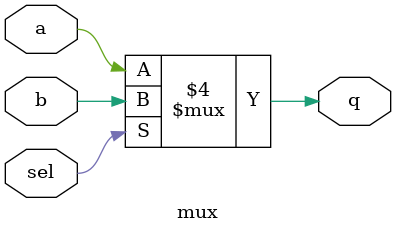
<source format=v>
module mux (
	input a,
	input b,
	input sel,
	output reg q
	);
	
	always @(a or b or sel)
	begin
		if (sel == 0) begin
			q <= a;
		end else begin
			q <= b;
		end
	end
	
endmodule

</source>
